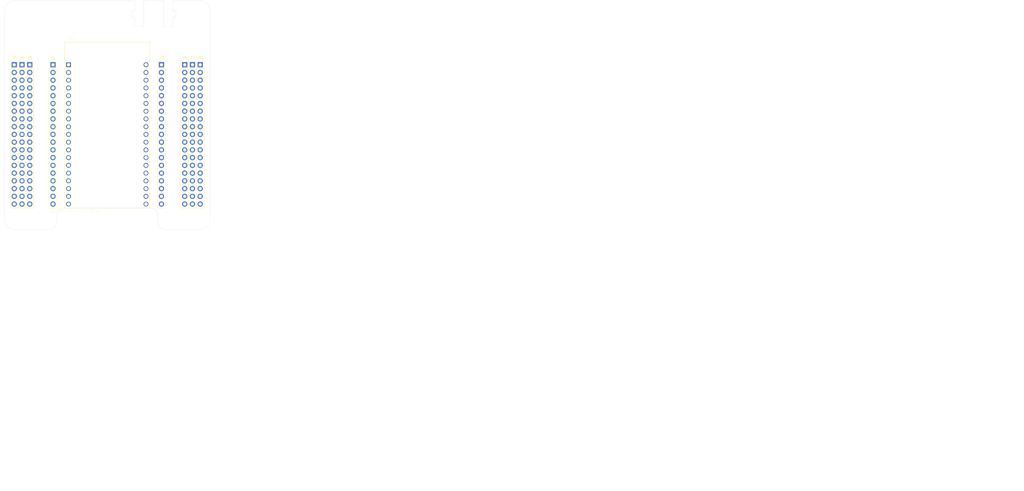
<source format=kicad_pcb>
(kicad_pcb (version 20171130) (host pcbnew "(5.0.2)-1")
  (layers (0 F.Cu signal) (31 B.Cu signal) (34 B.Paste user) (35 F.Paste user) (36 B.SilkS user) (37 F.SilkS user) (38 B.Mask user) (39 F.Mask user) (44 Edge.Cuts user))
  (net 0 "")
  (net 1 "Net-(U1-Pad1)")
  (net 2 "Net-(U1-Pad2)")
  (net 3 "Net-(U1-Pad19)")
  (net 4 "Net-(U1-Pad3)")
  (net 5 "Net-(U1-Pad4)")
  (net 6 "Net-(U1-Pad5)")
  (net 7 "Net-(U1-Pad6)")
  (net 8 "Net-(U1-Pad7)")
  (net 9 "Net-(U1-Pad8)")
  (net 10 "Net-(U1-Pad9)")
  (net 11 "Net-(U1-Pad10)")
  (net 12 "Net-(U1-Pad11)")
  (net 13 "Net-(U1-Pad12)")
  (net 14 "Net-(U1-Pad13)")
  (net 15 "Net-(U1-Pad14)")
  (net 16 "Net-(U1-Pad15)")
  (net 17 "Net-(U1-Pad16)")
  (net 18 "Net-(U1-Pad17)")
  (net 19 "Net-(U1-Pad18)")
  (net 20 "Net-(U1-Pad20)")
  (net 21 "Net-(U1-Pad21)")
  (net 22 "Net-(U1-Pad22)")
  (net 23 "Net-(U1-Pad23)")
  (net 24 "Net-(U1-Pad24)")
  (net 25 "Net-(U1-Pad25)")
  (net 26 "Net-(U1-Pad26)")
  (net 27 "Net-(U1-Pad27)")
  (net 28 "Net-(U1-Pad28)")
  (net 29 "Net-(U1-Pad29)")
  (net 30 "Net-(U1-Pad30)")
  (net 31 "Net-(U1-Pad31)")
  (net 32 "Net-(U1-Pad32)")
  (net 33 "Net-(U1-Pad33)")
  (net 34 "Net-(U1-Pad34)")
  (net 35 "Net-(U1-Pad35)")
  (net 36 "Net-(U1-Pad36)")
  (net 37 "Net-(U1-Pad37)")
  (net 38 "Net-(U1-Pad38)")
  (net 39 "Net-(J1-Pad19)")
  (net 40 "Net-(J1-Pad18)")
  (net 41 "Net-(J1-Pad17)")
  (net 42 "Net-(J1-Pad16)")
  (net 43 "Net-(J1-Pad15)")
  (net 44 "Net-(J1-Pad14)")
  (net 45 "Net-(J1-Pad13)")
  (net 46 "Net-(J1-Pad12)")
  (net 47 "Net-(J1-Pad11)")
  (net 48 "Net-(J1-Pad10)")
  (net 49 "Net-(J1-Pad9)")
  (net 50 "Net-(J1-Pad8)")
  (net 51 "Net-(J1-Pad7)")
  (net 52 "Net-(J1-Pad6)")
  (net 53 "Net-(J1-Pad5)")
  (net 54 "Net-(J1-Pad4)")
  (net 55 "Net-(J1-Pad3)")
  (net 56 "Net-(J1-Pad2)")
  (net 57 "Net-(J1-Pad1)")
  (net 58 "Net-(J2-Pad1)")
  (net 59 "Net-(J2-Pad2)")
  (net 60 "Net-(J2-Pad3)")
  (net 61 "Net-(J2-Pad4)")
  (net 62 "Net-(J2-Pad5)")
  (net 63 "Net-(J2-Pad6)")
  (net 64 "Net-(J2-Pad7)")
  (net 65 "Net-(J2-Pad8)")
  (net 66 "Net-(J2-Pad9)")
  (net 67 "Net-(J2-Pad10)")
  (net 68 "Net-(J2-Pad11)")
  (net 69 "Net-(J2-Pad12)")
  (net 70 "Net-(J2-Pad13)")
  (net 71 "Net-(J2-Pad14)")
  (net 72 "Net-(J2-Pad15)")
  (net 73 "Net-(J2-Pad16)")
  (net 74 "Net-(J2-Pad17)")
  (net 75 "Net-(J2-Pad18)")
  (net 76 "Net-(J2-Pad19)")
  (net 77 "Net-(J3-Pad19)")
  (net 78 "Net-(J3-Pad18)")
  (net 79 "Net-(J3-Pad17)")
  (net 80 "Net-(J3-Pad16)")
  (net 81 "Net-(J3-Pad15)")
  (net 82 "Net-(J3-Pad14)")
  (net 83 "Net-(J3-Pad13)")
  (net 84 "Net-(J3-Pad12)")
  (net 85 "Net-(J3-Pad11)")
  (net 86 "Net-(J3-Pad10)")
  (net 87 "Net-(J3-Pad9)")
  (net 88 "Net-(J3-Pad8)")
  (net 89 "Net-(J3-Pad7)")
  (net 90 "Net-(J3-Pad6)")
  (net 91 "Net-(J3-Pad5)")
  (net 92 "Net-(J3-Pad4)")
  (net 93 "Net-(J3-Pad3)")
  (net 94 "Net-(J3-Pad2)")
  (net 95 "Net-(J3-Pad1)")
  (net 96 "Net-(J4-Pad1)")
  (net 97 "Net-(J4-Pad2)")
  (net 98 "Net-(J4-Pad3)")
  (net 99 "Net-(J4-Pad4)")
  (net 100 "Net-(J4-Pad5)")
  (net 101 "Net-(J4-Pad6)")
  (net 102 "Net-(J4-Pad7)")
  (net 103 "Net-(J4-Pad8)")
  (net 104 "Net-(J4-Pad9)")
  (net 105 "Net-(J4-Pad10)")
  (net 106 "Net-(J4-Pad11)")
  (net 107 "Net-(J4-Pad12)")
  (net 108 "Net-(J4-Pad13)")
  (net 109 "Net-(J4-Pad14)")
  (net 110 "Net-(J4-Pad15)")
  (net 111 "Net-(J4-Pad16)")
  (net 112 "Net-(J4-Pad17)")
  (net 113 "Net-(J4-Pad18)")
  (net 114 "Net-(J4-Pad19)")
  (net 115 "Net-(J5-Pad19)")
  (net 116 "Net-(J5-Pad18)")
  (net 117 "Net-(J5-Pad17)")
  (net 118 "Net-(J5-Pad16)")
  (net 119 "Net-(J5-Pad15)")
  (net 120 "Net-(J5-Pad14)")
  (net 121 "Net-(J5-Pad13)")
  (net 122 "Net-(J5-Pad12)")
  (net 123 "Net-(J5-Pad11)")
  (net 124 "Net-(J5-Pad10)")
  (net 125 "Net-(J5-Pad9)")
  (net 126 "Net-(J5-Pad8)")
  (net 127 "Net-(J5-Pad7)")
  (net 128 "Net-(J5-Pad6)")
  (net 129 "Net-(J5-Pad5)")
  (net 130 "Net-(J5-Pad4)")
  (net 131 "Net-(J5-Pad3)")
  (net 132 "Net-(J5-Pad2)")
  (net 133 "Net-(J5-Pad1)")
  (net 134 "Net-(J6-Pad1)")
  (net 135 "Net-(J6-Pad2)")
  (net 136 "Net-(J6-Pad3)")
  (net 137 "Net-(J6-Pad4)")
  (net 138 "Net-(J6-Pad5)")
  (net 139 "Net-(J6-Pad6)")
  (net 140 "Net-(J6-Pad7)")
  (net 141 "Net-(J6-Pad8)")
  (net 142 "Net-(J6-Pad9)")
  (net 143 "Net-(J6-Pad10)")
  (net 144 "Net-(J6-Pad11)")
  (net 145 "Net-(J6-Pad12)")
  (net 146 "Net-(J6-Pad13)")
  (net 147 "Net-(J6-Pad14)")
  (net 148 "Net-(J6-Pad15)")
  (net 149 "Net-(J6-Pad16)")
  (net 150 "Net-(J6-Pad17)")
  (net 151 "Net-(J6-Pad18)")
  (net 152 "Net-(J6-Pad19)")
  (net 153 "Net-(J7-Pad19)")
  (net 154 "Net-(J7-Pad18)")
  (net 155 "Net-(J7-Pad17)")
  (net 156 "Net-(J7-Pad16)")
  (net 157 "Net-(J7-Pad15)")
  (net 158 "Net-(J7-Pad14)")
  (net 159 "Net-(J7-Pad13)")
  (net 160 "Net-(J7-Pad12)")
  (net 161 "Net-(J7-Pad11)")
  (net 162 "Net-(J7-Pad10)")
  (net 163 "Net-(J7-Pad9)")
  (net 164 "Net-(J7-Pad8)")
  (net 165 "Net-(J7-Pad7)")
  (net 166 "Net-(J7-Pad6)")
  (net 167 "Net-(J7-Pad5)")
  (net 168 "Net-(J7-Pad4)")
  (net 169 "Net-(J7-Pad3)")
  (net 170 "Net-(J7-Pad2)")
  (net 171 "Net-(J7-Pad1)")
  (net 172 "Net-(J8-Pad1)")
  (net 173 "Net-(J8-Pad2)")
  (net 174 "Net-(J8-Pad3)")
  (net 175 "Net-(J8-Pad4)")
  (net 176 "Net-(J8-Pad5)")
  (net 177 "Net-(J8-Pad6)")
  (net 178 "Net-(J8-Pad7)")
  (net 179 "Net-(J8-Pad8)")
  (net 180 "Net-(J8-Pad9)")
  (net 181 "Net-(J8-Pad10)")
  (net 182 "Net-(J8-Pad11)")
  (net 183 "Net-(J8-Pad12)")
  (net 184 "Net-(J8-Pad13)")
  (net 185 "Net-(J8-Pad14)")
  (net 186 "Net-(J8-Pad15)")
  (net 187 "Net-(J8-Pad16)")
  (net 188 "Net-(J8-Pad17)")
  (net 189 "Net-(J8-Pad18)")
  (net 190 "Net-(J8-Pad19)")
  (module outline:rib_outline (layer F.Cu) (at 241.76228 114.62512)
    (fp_text reference svg2mod hide)
    (fp_text value G*** hide)
  )
  (module outline:rib_outline (layer F.Cu) (at 215.9 66.04)
    (fp_text reference svg2mod hide)
    (fp_text value G*** hide)
    (fp_line (start 9.033565 -37.347317) (end -30.824458 -37.347317) (layer Edge.Cuts) (width 0.052917))
    (fp_line (start 9.033565 -34.089636) (end 9.033565 -37.347317) (layer Edge.Cuts) (width 0.052917))
    (fp_line (start 7.933365 -34.089636) (end 9.033565 -34.089636) (layer Edge.Cuts) (width 0.052917))
    (fp_line (start 7.933365 -32.006043) (end 7.933365 -34.089636) (layer Edge.Cuts) (width 0.052917))
    (fp_line (start 9.033565 -32.006043) (end 7.933365 -32.006043) (layer Edge.Cuts) (width 0.052917))
    (fp_line (start 9.033565 -28.908559) (end 9.033565 -32.006043) (layer Edge.Cuts) (width 0.052917))
    (fp_line (start 11.934165 -28.908559) (end 9.033565 -28.908559) (layer Edge.Cuts) (width 0.052917))
    (fp_line (start 11.934165 -37.347317) (end 11.934165 -28.908559) (layer Edge.Cuts) (width 0.052917))
    (fp_line (start 12.226645 -37.347317) (end 11.934165 -37.347317) (layer Edge.Cuts) (width 0.052917))
    (fp_line (start 18.250555 -37.347317) (end 12.226645 -37.347317) (layer Edge.Cuts) (width 0.052917))
    (fp_line (start 18.534275 -37.347317) (end 18.250555 -37.347317) (layer Edge.Cuts) (width 0.052917))
    (fp_line (start 18.534275 -28.908559) (end 18.534275 -37.347317) (layer Edge.Cuts) (width 0.052917))
    (fp_line (start 21.421945 -28.908559) (end 18.534275 -28.908559) (layer Edge.Cuts) (width 0.052917))
    (fp_line (start 21.421945 -32.010691) (end 21.421945 -28.908559) (layer Edge.Cuts) (width 0.052917))
    (fp_line (start 22.523695 -32.010691) (end 21.421945 -32.010691) (layer Edge.Cuts) (width 0.052917))
    (fp_line (start 22.523695 -34.114957) (end 22.523695 -32.010691) (layer Edge.Cuts) (width 0.052917))
    (fp_line (start 21.421945 -34.114957) (end 22.523695 -34.114957) (layer Edge.Cuts) (width 0.052917))
    (fp_line (start 21.421945 -37.347317) (end 21.421945 -34.114957) (layer Edge.Cuts) (width 0.052917))
    (fp_line (start 30.824485 -37.347317) (end 21.421945 -37.347317) (layer Edge.Cuts) (width 0.052917))
    (fp_line (start 32.836802 -36.51641) (end 30.824485 -37.347317) (layer Edge.Cuts) (width 0.052917))
    (fp_line (start 33.667705 -34.504079) (end 32.836802 -36.51641) (layer Edge.Cuts) (width 0.052917))
    (fp_line (start 33.667705 34.794525) (end 33.667705 -34.504079) (layer Edge.Cuts) (width 0.052917))
    (fp_line (start 32.836802 36.807111) (end 33.667705 34.794525) (layer Edge.Cuts) (width 0.052917))
    (fp_line (start 30.824485 37.638275) (end 32.836802 36.807111) (layer Edge.Cuts) (width 0.052917))
    (fp_line (start 18.479485 37.638275) (end 30.824485 37.638275) (layer Edge.Cuts) (width 0.052917))
    (fp_line (start 17.157152 36.932905) (end 18.479485 37.638275) (layer Edge.Cuts) (width 0.052917))
    (fp_line (start 16.525615 35.415675) (end 17.157152 36.932905) (layer Edge.Cuts) (width 0.052917))
    (fp_line (start 16.525615 34.152185) (end 16.525615 35.415675) (layer Edge.Cuts) (width 0.052917))
    (fp_line (start 16.525615 32.612744) (end 16.525615 34.152185) (layer Edge.Cuts) (width 0.052917))
    (fp_line (start 15.954607 31.22987) (end 16.525615 32.612744) (layer Edge.Cuts) (width 0.052917))
    (fp_line (start 14.571725 30.658855) (end 15.954607 31.22987) (layer Edge.Cuts) (width 0.052917))
    (fp_line (start -14.578964 30.658855) (end 14.571725 30.658855) (layer Edge.Cuts) (width 0.052917))
    (fp_line (start -15.907896 31.178802) (end -14.578964 30.658855) (layer Edge.Cuts) (width 0.052917))
    (fp_line (start -16.525084 32.454615) (end -15.907896 31.178802) (layer Edge.Cuts) (width 0.052917))
    (fp_line (start -16.525084 35.415675) (end -16.525084 32.454615) (layer Edge.Cuts) (width 0.052917))
    (fp_line (start -17.156626 36.932905) (end -16.525084 35.415675) (layer Edge.Cuts) (width 0.052917))
    (fp_line (start -18.478978 37.638275) (end -17.156626 36.932905) (layer Edge.Cuts) (width 0.052917))
    (fp_line (start -30.824458 37.638275) (end -18.478978 37.638275) (layer Edge.Cuts) (width 0.052917))
    (fp_line (start -32.836792 36.807111) (end -30.824458 37.638275) (layer Edge.Cuts) (width 0.052917))
    (fp_line (start -33.667705 34.794525) (end -32.836792 36.807111) (layer Edge.Cuts) (width 0.052917))
    (fp_line (start -33.667705 -34.504079) (end -33.667705 34.794525) (layer Edge.Cuts) (width 0.052917))
    (fp_line (start -32.836792 -36.51641) (end -33.667705 -34.504079) (layer Edge.Cuts) (width 0.052917))
    (fp_line (start -30.824458 -37.347317) (end -32.836792 -36.51641) (layer Edge.Cuts) (width 0.052917))
  )
  (module MODULE_ESP32-DEVKITC-32D (layer F.Cu) (at 215.9 69.4)
    (fp_text reference U1 (at -11.4644 -28.446) (layer F.SilkS) (effects (font (size 1.00039 1.00039) (thickness 0.05))))
    (fp_text value ESP32-DEVKITC-32D (at -10.8363 28.2945) (layer F.SilkS) (effects (font (size 1.00105 1.00105) (thickness 0.05))))
    (fp_line (start -13.95 27.25) (end -13.95 -27.15) (layer F.SilkS) (width 0.127))
    (fp_line (start -13.95 -27.15) (end 13.95 -27.15) (layer F.SilkS) (width 0.127))
    (fp_line (start 13.95 -27.15) (end 13.95 27.25) (layer F.SilkS) (width 0.127))
    (fp_line (start 13.95 27.25) (end -13.95 27.25) (layer F.SilkS) (width 0.127))
    (pad 1 thru_hole rect (at -12.7 -19.76) (size 1.56 1.56) (drill 1.04) (layers *.Cu *.Mask) (net 1 "Net-(U1-Pad1)"))
    (pad 2 thru_hole circle (at -12.7 -17.22) (size 1.56 1.56) (drill 1.04) (layers *.Cu *.Mask) (net 2 "Net-(U1-Pad2)"))
    (pad 19 thru_hole circle (at -12.7 25.96) (size 1.56 1.56) (drill 1.04) (layers *.Cu *.Mask) (net 3 "Net-(U1-Pad19)"))
    (pad 3 thru_hole circle (at -12.7 -14.68) (size 1.56 1.56) (drill 1.04) (layers *.Cu *.Mask) (net 4 "Net-(U1-Pad3)"))
    (pad 4 thru_hole circle (at -12.7 -12.14) (size 1.56 1.56) (drill 1.04) (layers *.Cu *.Mask) (net 5 "Net-(U1-Pad4)"))
    (pad 5 thru_hole circle (at -12.7 -9.6) (size 1.56 1.56) (drill 1.04) (layers *.Cu *.Mask) (net 6 "Net-(U1-Pad5)"))
    (pad 6 thru_hole circle (at -12.7 -7.06) (size 1.56 1.56) (drill 1.04) (layers *.Cu *.Mask) (net 7 "Net-(U1-Pad6)"))
    (pad 7 thru_hole circle (at -12.7 -4.52) (size 1.56 1.56) (drill 1.04) (layers *.Cu *.Mask) (net 8 "Net-(U1-Pad7)"))
    (pad 8 thru_hole circle (at -12.7 -1.98) (size 1.56 1.56) (drill 1.04) (layers *.Cu *.Mask) (net 9 "Net-(U1-Pad8)"))
    (pad 9 thru_hole circle (at -12.7 0.56) (size 1.56 1.56) (drill 1.04) (layers *.Cu *.Mask) (net 10 "Net-(U1-Pad9)"))
    (pad 10 thru_hole circle (at -12.7 3.1) (size 1.56 1.56) (drill 1.04) (layers *.Cu *.Mask) (net 11 "Net-(U1-Pad10)"))
    (pad 11 thru_hole circle (at -12.7 5.64) (size 1.56 1.56) (drill 1.04) (layers *.Cu *.Mask) (net 12 "Net-(U1-Pad11)"))
    (pad 12 thru_hole circle (at -12.7 8.18) (size 1.56 1.56) (drill 1.04) (layers *.Cu *.Mask) (net 13 "Net-(U1-Pad12)"))
    (pad 13 thru_hole circle (at -12.7 10.72) (size 1.56 1.56) (drill 1.04) (layers *.Cu *.Mask) (net 14 "Net-(U1-Pad13)"))
    (pad 14 thru_hole circle (at -12.7 13.26) (size 1.56 1.56) (drill 1.04) (layers *.Cu *.Mask) (net 15 "Net-(U1-Pad14)"))
    (pad 15 thru_hole circle (at -12.7 15.8) (size 1.56 1.56) (drill 1.04) (layers *.Cu *.Mask) (net 16 "Net-(U1-Pad15)"))
    (pad 16 thru_hole circle (at -12.7 18.34) (size 1.56 1.56) (drill 1.04) (layers *.Cu *.Mask) (net 17 "Net-(U1-Pad16)"))
    (pad 17 thru_hole circle (at -12.7 20.88) (size 1.56 1.56) (drill 1.04) (layers *.Cu *.Mask) (net 18 "Net-(U1-Pad17)"))
    (pad 18 thru_hole circle (at -12.7 23.42) (size 1.56 1.56) (drill 1.04) (layers *.Cu *.Mask) (net 19 "Net-(U1-Pad18)"))
    (pad 20 thru_hole circle (at 12.7 -19.76) (size 1.56 1.56) (drill 1.04) (layers *.Cu *.Mask) (net 20 "Net-(U1-Pad20)"))
    (pad 21 thru_hole circle (at 12.7 -17.22) (size 1.56 1.56) (drill 1.04) (layers *.Cu *.Mask) (net 21 "Net-(U1-Pad21)"))
    (pad 22 thru_hole circle (at 12.7 -14.68) (size 1.56 1.56) (drill 1.04) (layers *.Cu *.Mask) (net 22 "Net-(U1-Pad22)"))
    (pad 23 thru_hole circle (at 12.7 -12.14) (size 1.56 1.56) (drill 1.04) (layers *.Cu *.Mask) (net 23 "Net-(U1-Pad23)"))
    (pad 24 thru_hole circle (at 12.7 -9.6) (size 1.56 1.56) (drill 1.04) (layers *.Cu *.Mask) (net 24 "Net-(U1-Pad24)"))
    (pad 25 thru_hole circle (at 12.7 -7.06) (size 1.56 1.56) (drill 1.04) (layers *.Cu *.Mask) (net 25 "Net-(U1-Pad25)"))
    (pad 26 thru_hole circle (at 12.7 -4.52) (size 1.56 1.56) (drill 1.04) (layers *.Cu *.Mask) (net 26 "Net-(U1-Pad26)"))
    (pad 27 thru_hole circle (at 12.7 -1.98) (size 1.56 1.56) (drill 1.04) (layers *.Cu *.Mask) (net 27 "Net-(U1-Pad27)"))
    (pad 28 thru_hole circle (at 12.7 0.56) (size 1.56 1.56) (drill 1.04) (layers *.Cu *.Mask) (net 28 "Net-(U1-Pad28)"))
    (pad 29 thru_hole circle (at 12.7 3.1) (size 1.56 1.56) (drill 1.04) (layers *.Cu *.Mask) (net 29 "Net-(U1-Pad29)"))
    (pad 30 thru_hole circle (at 12.7 5.64) (size 1.56 1.56) (drill 1.04) (layers *.Cu *.Mask) (net 30 "Net-(U1-Pad30)"))
    (pad 31 thru_hole circle (at 12.7 8.18) (size 1.56 1.56) (drill 1.04) (layers *.Cu *.Mask) (net 31 "Net-(U1-Pad31)"))
    (pad 32 thru_hole circle (at 12.7 10.72) (size 1.56 1.56) (drill 1.04) (layers *.Cu *.Mask) (net 32 "Net-(U1-Pad32)"))
    (pad 33 thru_hole circle (at 12.7 13.26) (size 1.56 1.56) (drill 1.04) (layers *.Cu *.Mask) (net 33 "Net-(U1-Pad33)"))
    (pad 34 thru_hole circle (at 12.7 15.8) (size 1.56 1.56) (drill 1.04) (layers *.Cu *.Mask) (net 34 "Net-(U1-Pad34)"))
    (pad 35 thru_hole circle (at 12.7 18.34) (size 1.56 1.56) (drill 1.04) (layers *.Cu *.Mask) (net 35 "Net-(U1-Pad35)"))
    (pad 36 thru_hole circle (at 12.7 20.88) (size 1.56 1.56) (drill 1.04) (layers *.Cu *.Mask) (net 36 "Net-(U1-Pad36)"))
    (pad 37 thru_hole circle (at 12.7 23.42) (size 1.56 1.56) (drill 1.04) (layers *.Cu *.Mask) (net 37 "Net-(U1-Pad37)"))
    (pad 38 thru_hole circle (at 12.7 25.96) (size 1.56 1.56) (drill 1.04) (layers *.Cu *.Mask) (net 38 "Net-(U1-Pad38)"))
  )
  (module Connector_PinHeader_2.54mm:PinHeader_1x19_P2.54mm_Vertical (layer F.Cu) (at 198.12 49.64)
    (fp_text reference J1 (at 0 -2.33) (layer F.SilkS))
    (fp_text value Conn_01x19)
    (fp_line (start -1.33 -1.33) (end 0 -1.33) (layer F.SilkS) (width 0.12))
    (fp_line (start -1.33 0) (end -1.33 -1.33) (layer F.SilkS) (width 0.12))
    (fp_line (start -1.33 1.27) (end 1.33 1.27) (layer F.SilkS) (width 0.12))
    (fp_line (start 1.33 1.27) (end 1.33 47.05) (layer F.SilkS) (width 0.12))
    (fp_line (start -1.33 1.27) (end -1.33 47.05) (layer F.SilkS) (width 0.12))
    (fp_line (start -1.33 47.05) (end 1.33 47.05) (layer F.SilkS) (width 0.12))
    (pad 19 thru_hole oval (at 0 45.72) (size 1.7 1.7) (drill 1) (layers *.Cu *.Mask) (net 39 "Net-(J1-Pad19)"))
    (pad 18 thru_hole oval (at 0 43.18) (size 1.7 1.7) (drill 1) (layers *.Cu *.Mask) (net 40 "Net-(J1-Pad18)"))
    (pad 17 thru_hole oval (at 0 40.64) (size 1.7 1.7) (drill 1) (layers *.Cu *.Mask) (net 41 "Net-(J1-Pad17)"))
    (pad 16 thru_hole oval (at 0 38.1) (size 1.7 1.7) (drill 1) (layers *.Cu *.Mask) (net 42 "Net-(J1-Pad16)"))
    (pad 15 thru_hole oval (at 0 35.56) (size 1.7 1.7) (drill 1) (layers *.Cu *.Mask) (net 43 "Net-(J1-Pad15)"))
    (pad 14 thru_hole oval (at 0 33.02) (size 1.7 1.7) (drill 1) (layers *.Cu *.Mask) (net 44 "Net-(J1-Pad14)"))
    (pad 13 thru_hole oval (at 0 30.48) (size 1.7 1.7) (drill 1) (layers *.Cu *.Mask) (net 45 "Net-(J1-Pad13)"))
    (pad 12 thru_hole oval (at 0 27.94) (size 1.7 1.7) (drill 1) (layers *.Cu *.Mask) (net 46 "Net-(J1-Pad12)"))
    (pad 11 thru_hole oval (at 0 25.4) (size 1.7 1.7) (drill 1) (layers *.Cu *.Mask) (net 47 "Net-(J1-Pad11)"))
    (pad 10 thru_hole oval (at 0 22.86) (size 1.7 1.7) (drill 1) (layers *.Cu *.Mask) (net 48 "Net-(J1-Pad10)"))
    (pad 9 thru_hole oval (at 0 20.32) (size 1.7 1.7) (drill 1) (layers *.Cu *.Mask) (net 49 "Net-(J1-Pad9)"))
    (pad 8 thru_hole oval (at 0 17.78) (size 1.7 1.7) (drill 1) (layers *.Cu *.Mask) (net 50 "Net-(J1-Pad8)"))
    (pad 7 thru_hole oval (at 0 15.24) (size 1.7 1.7) (drill 1) (layers *.Cu *.Mask) (net 51 "Net-(J1-Pad7)"))
    (pad 6 thru_hole oval (at 0 12.7) (size 1.7 1.7) (drill 1) (layers *.Cu *.Mask) (net 52 "Net-(J1-Pad6)"))
    (pad 5 thru_hole oval (at 0 10.16) (size 1.7 1.7) (drill 1) (layers *.Cu *.Mask) (net 53 "Net-(J1-Pad5)"))
    (pad 4 thru_hole oval (at 0 7.62) (size 1.7 1.7) (drill 1) (layers *.Cu *.Mask) (net 54 "Net-(J1-Pad4)"))
    (pad 3 thru_hole oval (at 0 5.08) (size 1.7 1.7) (drill 1) (layers *.Cu *.Mask) (net 55 "Net-(J1-Pad3)"))
    (pad 2 thru_hole oval (at 0 2.54) (size 1.7 1.7) (drill 1) (layers *.Cu *.Mask) (net 56 "Net-(J1-Pad2)"))
    (pad 1 thru_hole rect (at 0 0) (size 1.7 1.7) (drill 1) (layers *.Cu *.Mask) (net 57 "Net-(J1-Pad1)"))
  )
  (module Connector_PinHeader_2.54mm:PinHeader_1x19_P2.54mm_Vertical (layer F.Cu) (at 233.67 49.64)
    (fp_text reference J2 (at 0 -2.33) (layer F.SilkS))
    (fp_text value Conn_01x19)
    (fp_line (start -1.33 47.05) (end 1.33 47.05) (layer F.SilkS) (width 0.12))
    (fp_line (start -1.33 1.27) (end -1.33 47.05) (layer F.SilkS) (width 0.12))
    (fp_line (start 1.33 1.27) (end 1.33 47.05) (layer F.SilkS) (width 0.12))
    (fp_line (start -1.33 1.27) (end 1.33 1.27) (layer F.SilkS) (width 0.12))
    (fp_line (start -1.33 0) (end -1.33 -1.33) (layer F.SilkS) (width 0.12))
    (fp_line (start -1.33 -1.33) (end 0 -1.33) (layer F.SilkS) (width 0.12))
    (pad 1 thru_hole rect (at 0 0) (size 1.7 1.7) (drill 1) (layers *.Cu *.Mask) (net 58 "Net-(J2-Pad1)"))
    (pad 2 thru_hole oval (at 0 2.54) (size 1.7 1.7) (drill 1) (layers *.Cu *.Mask) (net 59 "Net-(J2-Pad2)"))
    (pad 3 thru_hole oval (at 0 5.08) (size 1.7 1.7) (drill 1) (layers *.Cu *.Mask) (net 60 "Net-(J2-Pad3)"))
    (pad 4 thru_hole oval (at 0 7.62) (size 1.7 1.7) (drill 1) (layers *.Cu *.Mask) (net 61 "Net-(J2-Pad4)"))
    (pad 5 thru_hole oval (at 0 10.16) (size 1.7 1.7) (drill 1) (layers *.Cu *.Mask) (net 62 "Net-(J2-Pad5)"))
    (pad 6 thru_hole oval (at 0 12.7) (size 1.7 1.7) (drill 1) (layers *.Cu *.Mask) (net 63 "Net-(J2-Pad6)"))
    (pad 7 thru_hole oval (at 0 15.24) (size 1.7 1.7) (drill 1) (layers *.Cu *.Mask) (net 64 "Net-(J2-Pad7)"))
    (pad 8 thru_hole oval (at 0 17.78) (size 1.7 1.7) (drill 1) (layers *.Cu *.Mask) (net 65 "Net-(J2-Pad8)"))
    (pad 9 thru_hole oval (at 0 20.32) (size 1.7 1.7) (drill 1) (layers *.Cu *.Mask) (net 66 "Net-(J2-Pad9)"))
    (pad 10 thru_hole oval (at 0 22.86) (size 1.7 1.7) (drill 1) (layers *.Cu *.Mask) (net 67 "Net-(J2-Pad10)"))
    (pad 11 thru_hole oval (at 0 25.4) (size 1.7 1.7) (drill 1) (layers *.Cu *.Mask) (net 68 "Net-(J2-Pad11)"))
    (pad 12 thru_hole oval (at 0 27.94) (size 1.7 1.7) (drill 1) (layers *.Cu *.Mask) (net 69 "Net-(J2-Pad12)"))
    (pad 13 thru_hole oval (at 0 30.48) (size 1.7 1.7) (drill 1) (layers *.Cu *.Mask) (net 70 "Net-(J2-Pad13)"))
    (pad 14 thru_hole oval (at 0 33.02) (size 1.7 1.7) (drill 1) (layers *.Cu *.Mask) (net 71 "Net-(J2-Pad14)"))
    (pad 15 thru_hole oval (at 0 35.56) (size 1.7 1.7) (drill 1) (layers *.Cu *.Mask) (net 72 "Net-(J2-Pad15)"))
    (pad 16 thru_hole oval (at 0 38.1) (size 1.7 1.7) (drill 1) (layers *.Cu *.Mask) (net 73 "Net-(J2-Pad16)"))
    (pad 17 thru_hole oval (at 0 40.64) (size 1.7 1.7) (drill 1) (layers *.Cu *.Mask) (net 74 "Net-(J2-Pad17)"))
    (pad 18 thru_hole oval (at 0 43.18) (size 1.7 1.7) (drill 1) (layers *.Cu *.Mask) (net 75 "Net-(J2-Pad18)"))
    (pad 19 thru_hole oval (at 0 45.72) (size 1.7 1.7) (drill 1) (layers *.Cu *.Mask) (net 76 "Net-(J2-Pad19)"))
  )
  (module Connector_PinHeader_2.54mm:PinHeader_1x19_P2.54mm_Vertical (layer F.Cu) (at 185.42 49.64)
    (fp_text reference J3 (at 0 -2.33) (layer F.SilkS))
    (fp_text value Conn_01x19)
    (fp_line (start -1.33 -1.33) (end 0 -1.33) (layer F.SilkS) (width 0.12))
    (fp_line (start -1.33 0) (end -1.33 -1.33) (layer F.SilkS) (width 0.12))
    (fp_line (start -1.33 1.27) (end 1.33 1.27) (layer F.SilkS) (width 0.12))
    (fp_line (start 1.33 1.27) (end 1.33 47.05) (layer F.SilkS) (width 0.12))
    (fp_line (start -1.33 1.27) (end -1.33 47.05) (layer F.SilkS) (width 0.12))
    (fp_line (start -1.33 47.05) (end 1.33 47.05) (layer F.SilkS) (width 0.12))
    (pad 19 thru_hole oval (at 0 45.72) (size 1.7 1.7) (drill 1) (layers *.Cu *.Mask) (net 77 "Net-(J3-Pad19)"))
    (pad 18 thru_hole oval (at 0 43.18) (size 1.7 1.7) (drill 1) (layers *.Cu *.Mask) (net 78 "Net-(J3-Pad18)"))
    (pad 17 thru_hole oval (at 0 40.64) (size 1.7 1.7) (drill 1) (layers *.Cu *.Mask) (net 79 "Net-(J3-Pad17)"))
    (pad 16 thru_hole oval (at 0 38.1) (size 1.7 1.7) (drill 1) (layers *.Cu *.Mask) (net 80 "Net-(J3-Pad16)"))
    (pad 15 thru_hole oval (at 0 35.56) (size 1.7 1.7) (drill 1) (layers *.Cu *.Mask) (net 81 "Net-(J3-Pad15)"))
    (pad 14 thru_hole oval (at 0 33.02) (size 1.7 1.7) (drill 1) (layers *.Cu *.Mask) (net 82 "Net-(J3-Pad14)"))
    (pad 13 thru_hole oval (at 0 30.48) (size 1.7 1.7) (drill 1) (layers *.Cu *.Mask) (net 83 "Net-(J3-Pad13)"))
    (pad 12 thru_hole oval (at 0 27.94) (size 1.7 1.7) (drill 1) (layers *.Cu *.Mask) (net 84 "Net-(J3-Pad12)"))
    (pad 11 thru_hole oval (at 0 25.4) (size 1.7 1.7) (drill 1) (layers *.Cu *.Mask) (net 85 "Net-(J3-Pad11)"))
    (pad 10 thru_hole oval (at 0 22.86) (size 1.7 1.7) (drill 1) (layers *.Cu *.Mask) (net 86 "Net-(J3-Pad10)"))
    (pad 9 thru_hole oval (at 0 20.32) (size 1.7 1.7) (drill 1) (layers *.Cu *.Mask) (net 87 "Net-(J3-Pad9)"))
    (pad 8 thru_hole oval (at 0 17.78) (size 1.7 1.7) (drill 1) (layers *.Cu *.Mask) (net 88 "Net-(J3-Pad8)"))
    (pad 7 thru_hole oval (at 0 15.24) (size 1.7 1.7) (drill 1) (layers *.Cu *.Mask) (net 89 "Net-(J3-Pad7)"))
    (pad 6 thru_hole oval (at 0 12.7) (size 1.7 1.7) (drill 1) (layers *.Cu *.Mask) (net 90 "Net-(J3-Pad6)"))
    (pad 5 thru_hole oval (at 0 10.16) (size 1.7 1.7) (drill 1) (layers *.Cu *.Mask) (net 91 "Net-(J3-Pad5)"))
    (pad 4 thru_hole oval (at 0 7.62) (size 1.7 1.7) (drill 1) (layers *.Cu *.Mask) (net 92 "Net-(J3-Pad4)"))
    (pad 3 thru_hole oval (at 0 5.08) (size 1.7 1.7) (drill 1) (layers *.Cu *.Mask) (net 93 "Net-(J3-Pad3)"))
    (pad 2 thru_hole oval (at 0 2.54) (size 1.7 1.7) (drill 1) (layers *.Cu *.Mask) (net 94 "Net-(J3-Pad2)"))
    (pad 1 thru_hole rect (at 0 0) (size 1.7 1.7) (drill 1) (layers *.Cu *.Mask) (net 95 "Net-(J3-Pad1)"))
  )
  (module Connector_PinHeader_2.54mm:PinHeader_1x19_P2.54mm_Vertical (layer F.Cu) (at 187.96 49.64)
    (fp_text reference J4 (at 0 -2.33) (layer F.SilkS))
    (fp_text value Conn_01x19)
    (fp_line (start -1.33 47.05) (end 1.33 47.05) (layer F.SilkS) (width 0.12))
    (fp_line (start -1.33 1.27) (end -1.33 47.05) (layer F.SilkS) (width 0.12))
    (fp_line (start 1.33 1.27) (end 1.33 47.05) (layer F.SilkS) (width 0.12))
    (fp_line (start -1.33 1.27) (end 1.33 1.27) (layer F.SilkS) (width 0.12))
    (fp_line (start -1.33 0) (end -1.33 -1.33) (layer F.SilkS) (width 0.12))
    (fp_line (start -1.33 -1.33) (end 0 -1.33) (layer F.SilkS) (width 0.12))
    (pad 1 thru_hole rect (at 0 0) (size 1.7 1.7) (drill 1) (layers *.Cu *.Mask) (net 96 "Net-(J4-Pad1)"))
    (pad 2 thru_hole oval (at 0 2.54) (size 1.7 1.7) (drill 1) (layers *.Cu *.Mask) (net 97 "Net-(J4-Pad2)"))
    (pad 3 thru_hole oval (at 0 5.08) (size 1.7 1.7) (drill 1) (layers *.Cu *.Mask) (net 98 "Net-(J4-Pad3)"))
    (pad 4 thru_hole oval (at 0 7.62) (size 1.7 1.7) (drill 1) (layers *.Cu *.Mask) (net 99 "Net-(J4-Pad4)"))
    (pad 5 thru_hole oval (at 0 10.16) (size 1.7 1.7) (drill 1) (layers *.Cu *.Mask) (net 100 "Net-(J4-Pad5)"))
    (pad 6 thru_hole oval (at 0 12.7) (size 1.7 1.7) (drill 1) (layers *.Cu *.Mask) (net 101 "Net-(J4-Pad6)"))
    (pad 7 thru_hole oval (at 0 15.24) (size 1.7 1.7) (drill 1) (layers *.Cu *.Mask) (net 102 "Net-(J4-Pad7)"))
    (pad 8 thru_hole oval (at 0 17.78) (size 1.7 1.7) (drill 1) (layers *.Cu *.Mask) (net 103 "Net-(J4-Pad8)"))
    (pad 9 thru_hole oval (at 0 20.32) (size 1.7 1.7) (drill 1) (layers *.Cu *.Mask) (net 104 "Net-(J4-Pad9)"))
    (pad 10 thru_hole oval (at 0 22.86) (size 1.7 1.7) (drill 1) (layers *.Cu *.Mask) (net 105 "Net-(J4-Pad10)"))
    (pad 11 thru_hole oval (at 0 25.4) (size 1.7 1.7) (drill 1) (layers *.Cu *.Mask) (net 106 "Net-(J4-Pad11)"))
    (pad 12 thru_hole oval (at 0 27.94) (size 1.7 1.7) (drill 1) (layers *.Cu *.Mask) (net 107 "Net-(J4-Pad12)"))
    (pad 13 thru_hole oval (at 0 30.48) (size 1.7 1.7) (drill 1) (layers *.Cu *.Mask) (net 108 "Net-(J4-Pad13)"))
    (pad 14 thru_hole oval (at 0 33.02) (size 1.7 1.7) (drill 1) (layers *.Cu *.Mask) (net 109 "Net-(J4-Pad14)"))
    (pad 15 thru_hole oval (at 0 35.56) (size 1.7 1.7) (drill 1) (layers *.Cu *.Mask) (net 110 "Net-(J4-Pad15)"))
    (pad 16 thru_hole oval (at 0 38.1) (size 1.7 1.7) (drill 1) (layers *.Cu *.Mask) (net 111 "Net-(J4-Pad16)"))
    (pad 17 thru_hole oval (at 0 40.64) (size 1.7 1.7) (drill 1) (layers *.Cu *.Mask) (net 112 "Net-(J4-Pad17)"))
    (pad 18 thru_hole oval (at 0 43.18) (size 1.7 1.7) (drill 1) (layers *.Cu *.Mask) (net 113 "Net-(J4-Pad18)"))
    (pad 19 thru_hole oval (at 0 45.72) (size 1.7 1.7) (drill 1) (layers *.Cu *.Mask) (net 114 "Net-(J4-Pad19)"))
  )
  (module Connector_PinHeader_2.54mm:PinHeader_1x19_P2.54mm_Vertical (layer F.Cu) (at 190.5 49.64)
    (fp_text reference J5 (at 0 -2.33) (layer F.SilkS))
    (fp_text value Conn_01x19)
    (fp_line (start -1.33 -1.33) (end 0 -1.33) (layer F.SilkS) (width 0.12))
    (fp_line (start -1.33 0) (end -1.33 -1.33) (layer F.SilkS) (width 0.12))
    (fp_line (start -1.33 1.27) (end 1.33 1.27) (layer F.SilkS) (width 0.12))
    (fp_line (start 1.33 1.27) (end 1.33 47.05) (layer F.SilkS) (width 0.12))
    (fp_line (start -1.33 1.27) (end -1.33 47.05) (layer F.SilkS) (width 0.12))
    (fp_line (start -1.33 47.05) (end 1.33 47.05) (layer F.SilkS) (width 0.12))
    (pad 19 thru_hole oval (at 0 45.72) (size 1.7 1.7) (drill 1) (layers *.Cu *.Mask) (net 115 "Net-(J5-Pad19)"))
    (pad 18 thru_hole oval (at 0 43.18) (size 1.7 1.7) (drill 1) (layers *.Cu *.Mask) (net 116 "Net-(J5-Pad18)"))
    (pad 17 thru_hole oval (at 0 40.64) (size 1.7 1.7) (drill 1) (layers *.Cu *.Mask) (net 117 "Net-(J5-Pad17)"))
    (pad 16 thru_hole oval (at 0 38.1) (size 1.7 1.7) (drill 1) (layers *.Cu *.Mask) (net 118 "Net-(J5-Pad16)"))
    (pad 15 thru_hole oval (at 0 35.56) (size 1.7 1.7) (drill 1) (layers *.Cu *.Mask) (net 119 "Net-(J5-Pad15)"))
    (pad 14 thru_hole oval (at 0 33.02) (size 1.7 1.7) (drill 1) (layers *.Cu *.Mask) (net 120 "Net-(J5-Pad14)"))
    (pad 13 thru_hole oval (at 0 30.48) (size 1.7 1.7) (drill 1) (layers *.Cu *.Mask) (net 121 "Net-(J5-Pad13)"))
    (pad 12 thru_hole oval (at 0 27.94) (size 1.7 1.7) (drill 1) (layers *.Cu *.Mask) (net 122 "Net-(J5-Pad12)"))
    (pad 11 thru_hole oval (at 0 25.4) (size 1.7 1.7) (drill 1) (layers *.Cu *.Mask) (net 123 "Net-(J5-Pad11)"))
    (pad 10 thru_hole oval (at 0 22.86) (size 1.7 1.7) (drill 1) (layers *.Cu *.Mask) (net 124 "Net-(J5-Pad10)"))
    (pad 9 thru_hole oval (at 0 20.32) (size 1.7 1.7) (drill 1) (layers *.Cu *.Mask) (net 125 "Net-(J5-Pad9)"))
    (pad 8 thru_hole oval (at 0 17.78) (size 1.7 1.7) (drill 1) (layers *.Cu *.Mask) (net 126 "Net-(J5-Pad8)"))
    (pad 7 thru_hole oval (at 0 15.24) (size 1.7 1.7) (drill 1) (layers *.Cu *.Mask) (net 127 "Net-(J5-Pad7)"))
    (pad 6 thru_hole oval (at 0 12.7) (size 1.7 1.7) (drill 1) (layers *.Cu *.Mask) (net 128 "Net-(J5-Pad6)"))
    (pad 5 thru_hole oval (at 0 10.16) (size 1.7 1.7) (drill 1) (layers *.Cu *.Mask) (net 129 "Net-(J5-Pad5)"))
    (pad 4 thru_hole oval (at 0 7.62) (size 1.7 1.7) (drill 1) (layers *.Cu *.Mask) (net 130 "Net-(J5-Pad4)"))
    (pad 3 thru_hole oval (at 0 5.08) (size 1.7 1.7) (drill 1) (layers *.Cu *.Mask) (net 131 "Net-(J5-Pad3)"))
    (pad 2 thru_hole oval (at 0 2.54) (size 1.7 1.7) (drill 1) (layers *.Cu *.Mask) (net 132 "Net-(J5-Pad2)"))
    (pad 1 thru_hole rect (at 0 0) (size 1.7 1.7) (drill 1) (layers *.Cu *.Mask) (net 133 "Net-(J5-Pad1)"))
  )
  (module Connector_PinHeader_2.54mm:PinHeader_1x19_P2.54mm_Vertical (layer F.Cu) (at 241.29 49.64)
    (fp_text reference J6 (at 0 -2.33) (layer F.SilkS))
    (fp_text value Conn_01x19)
    (fp_line (start -1.33 47.05) (end 1.33 47.05) (layer F.SilkS) (width 0.12))
    (fp_line (start -1.33 1.27) (end -1.33 47.05) (layer F.SilkS) (width 0.12))
    (fp_line (start 1.33 1.27) (end 1.33 47.05) (layer F.SilkS) (width 0.12))
    (fp_line (start -1.33 1.27) (end 1.33 1.27) (layer F.SilkS) (width 0.12))
    (fp_line (start -1.33 0) (end -1.33 -1.33) (layer F.SilkS) (width 0.12))
    (fp_line (start -1.33 -1.33) (end 0 -1.33) (layer F.SilkS) (width 0.12))
    (pad 1 thru_hole rect (at 0 0) (size 1.7 1.7) (drill 1) (layers *.Cu *.Mask) (net 134 "Net-(J6-Pad1)"))
    (pad 2 thru_hole oval (at 0 2.54) (size 1.7 1.7) (drill 1) (layers *.Cu *.Mask) (net 135 "Net-(J6-Pad2)"))
    (pad 3 thru_hole oval (at 0 5.08) (size 1.7 1.7) (drill 1) (layers *.Cu *.Mask) (net 136 "Net-(J6-Pad3)"))
    (pad 4 thru_hole oval (at 0 7.62) (size 1.7 1.7) (drill 1) (layers *.Cu *.Mask) (net 137 "Net-(J6-Pad4)"))
    (pad 5 thru_hole oval (at 0 10.16) (size 1.7 1.7) (drill 1) (layers *.Cu *.Mask) (net 138 "Net-(J6-Pad5)"))
    (pad 6 thru_hole oval (at 0 12.7) (size 1.7 1.7) (drill 1) (layers *.Cu *.Mask) (net 139 "Net-(J6-Pad6)"))
    (pad 7 thru_hole oval (at 0 15.24) (size 1.7 1.7) (drill 1) (layers *.Cu *.Mask) (net 140 "Net-(J6-Pad7)"))
    (pad 8 thru_hole oval (at 0 17.78) (size 1.7 1.7) (drill 1) (layers *.Cu *.Mask) (net 141 "Net-(J6-Pad8)"))
    (pad 9 thru_hole oval (at 0 20.32) (size 1.7 1.7) (drill 1) (layers *.Cu *.Mask) (net 142 "Net-(J6-Pad9)"))
    (pad 10 thru_hole oval (at 0 22.86) (size 1.7 1.7) (drill 1) (layers *.Cu *.Mask) (net 143 "Net-(J6-Pad10)"))
    (pad 11 thru_hole oval (at 0 25.4) (size 1.7 1.7) (drill 1) (layers *.Cu *.Mask) (net 144 "Net-(J6-Pad11)"))
    (pad 12 thru_hole oval (at 0 27.94) (size 1.7 1.7) (drill 1) (layers *.Cu *.Mask) (net 145 "Net-(J6-Pad12)"))
    (pad 13 thru_hole oval (at 0 30.48) (size 1.7 1.7) (drill 1) (layers *.Cu *.Mask) (net 146 "Net-(J6-Pad13)"))
    (pad 14 thru_hole oval (at 0 33.02) (size 1.7 1.7) (drill 1) (layers *.Cu *.Mask) (net 147 "Net-(J6-Pad14)"))
    (pad 15 thru_hole oval (at 0 35.56) (size 1.7 1.7) (drill 1) (layers *.Cu *.Mask) (net 148 "Net-(J6-Pad15)"))
    (pad 16 thru_hole oval (at 0 38.1) (size 1.7 1.7) (drill 1) (layers *.Cu *.Mask) (net 149 "Net-(J6-Pad16)"))
    (pad 17 thru_hole oval (at 0 40.64) (size 1.7 1.7) (drill 1) (layers *.Cu *.Mask) (net 150 "Net-(J6-Pad17)"))
    (pad 18 thru_hole oval (at 0 43.18) (size 1.7 1.7) (drill 1) (layers *.Cu *.Mask) (net 151 "Net-(J6-Pad18)"))
    (pad 19 thru_hole oval (at 0 45.72) (size 1.7 1.7) (drill 1) (layers *.Cu *.Mask) (net 152 "Net-(J6-Pad19)"))
  )
  (module Connector_PinHeader_2.54mm:PinHeader_1x19_P2.54mm_Vertical (layer F.Cu) (at 243.83 49.64)
    (fp_text reference J7 (at 0 -2.33) (layer F.SilkS))
    (fp_text value Conn_01x19)
    (fp_line (start -1.33 -1.33) (end 0 -1.33) (layer F.SilkS) (width 0.12))
    (fp_line (start -1.33 0) (end -1.33 -1.33) (layer F.SilkS) (width 0.12))
    (fp_line (start -1.33 1.27) (end 1.33 1.27) (layer F.SilkS) (width 0.12))
    (fp_line (start 1.33 1.27) (end 1.33 47.05) (layer F.SilkS) (width 0.12))
    (fp_line (start -1.33 1.27) (end -1.33 47.05) (layer F.SilkS) (width 0.12))
    (fp_line (start -1.33 47.05) (end 1.33 47.05) (layer F.SilkS) (width 0.12))
    (pad 19 thru_hole oval (at 0 45.72) (size 1.7 1.7) (drill 1) (layers *.Cu *.Mask) (net 153 "Net-(J7-Pad19)"))
    (pad 18 thru_hole oval (at 0 43.18) (size 1.7 1.7) (drill 1) (layers *.Cu *.Mask) (net 154 "Net-(J7-Pad18)"))
    (pad 17 thru_hole oval (at 0 40.64) (size 1.7 1.7) (drill 1) (layers *.Cu *.Mask) (net 155 "Net-(J7-Pad17)"))
    (pad 16 thru_hole oval (at 0 38.1) (size 1.7 1.7) (drill 1) (layers *.Cu *.Mask) (net 156 "Net-(J7-Pad16)"))
    (pad 15 thru_hole oval (at 0 35.56) (size 1.7 1.7) (drill 1) (layers *.Cu *.Mask) (net 157 "Net-(J7-Pad15)"))
    (pad 14 thru_hole oval (at 0 33.02) (size 1.7 1.7) (drill 1) (layers *.Cu *.Mask) (net 158 "Net-(J7-Pad14)"))
    (pad 13 thru_hole oval (at 0 30.48) (size 1.7 1.7) (drill 1) (layers *.Cu *.Mask) (net 159 "Net-(J7-Pad13)"))
    (pad 12 thru_hole oval (at 0 27.94) (size 1.7 1.7) (drill 1) (layers *.Cu *.Mask) (net 160 "Net-(J7-Pad12)"))
    (pad 11 thru_hole oval (at 0 25.4) (size 1.7 1.7) (drill 1) (layers *.Cu *.Mask) (net 161 "Net-(J7-Pad11)"))
    (pad 10 thru_hole oval (at 0 22.86) (size 1.7 1.7) (drill 1) (layers *.Cu *.Mask) (net 162 "Net-(J7-Pad10)"))
    (pad 9 thru_hole oval (at 0 20.32) (size 1.7 1.7) (drill 1) (layers *.Cu *.Mask) (net 163 "Net-(J7-Pad9)"))
    (pad 8 thru_hole oval (at 0 17.78) (size 1.7 1.7) (drill 1) (layers *.Cu *.Mask) (net 164 "Net-(J7-Pad8)"))
    (pad 7 thru_hole oval (at 0 15.24) (size 1.7 1.7) (drill 1) (layers *.Cu *.Mask) (net 165 "Net-(J7-Pad7)"))
    (pad 6 thru_hole oval (at 0 12.7) (size 1.7 1.7) (drill 1) (layers *.Cu *.Mask) (net 166 "Net-(J7-Pad6)"))
    (pad 5 thru_hole oval (at 0 10.16) (size 1.7 1.7) (drill 1) (layers *.Cu *.Mask) (net 167 "Net-(J7-Pad5)"))
    (pad 4 thru_hole oval (at 0 7.62) (size 1.7 1.7) (drill 1) (layers *.Cu *.Mask) (net 168 "Net-(J7-Pad4)"))
    (pad 3 thru_hole oval (at 0 5.08) (size 1.7 1.7) (drill 1) (layers *.Cu *.Mask) (net 169 "Net-(J7-Pad3)"))
    (pad 2 thru_hole oval (at 0 2.54) (size 1.7 1.7) (drill 1) (layers *.Cu *.Mask) (net 170 "Net-(J7-Pad2)"))
    (pad 1 thru_hole rect (at 0 0) (size 1.7 1.7) (drill 1) (layers *.Cu *.Mask) (net 171 "Net-(J7-Pad1)"))
  )
  (module Connector_PinHeader_2.54mm:PinHeader_1x19_P2.54mm_Vertical (layer F.Cu) (at 246.37 49.64)
    (fp_text reference J8 (at 0 -2.33) (layer F.SilkS))
    (fp_text value Conn_01x19)
    (fp_line (start -1.33 47.05) (end 1.33 47.05) (layer F.SilkS) (width 0.12))
    (fp_line (start -1.33 1.27) (end -1.33 47.05) (layer F.SilkS) (width 0.12))
    (fp_line (start 1.33 1.27) (end 1.33 47.05) (layer F.SilkS) (width 0.12))
    (fp_line (start -1.33 1.27) (end 1.33 1.27) (layer F.SilkS) (width 0.12))
    (fp_line (start -1.33 0) (end -1.33 -1.33) (layer F.SilkS) (width 0.12))
    (fp_line (start -1.33 -1.33) (end 0 -1.33) (layer F.SilkS) (width 0.12))
    (pad 1 thru_hole rect (at 0 0) (size 1.7 1.7) (drill 1) (layers *.Cu *.Mask) (net 172 "Net-(J8-Pad1)"))
    (pad 2 thru_hole oval (at 0 2.54) (size 1.7 1.7) (drill 1) (layers *.Cu *.Mask) (net 173 "Net-(J8-Pad2)"))
    (pad 3 thru_hole oval (at 0 5.08) (size 1.7 1.7) (drill 1) (layers *.Cu *.Mask) (net 174 "Net-(J8-Pad3)"))
    (pad 4 thru_hole oval (at 0 7.62) (size 1.7 1.7) (drill 1) (layers *.Cu *.Mask) (net 175 "Net-(J8-Pad4)"))
    (pad 5 thru_hole oval (at 0 10.16) (size 1.7 1.7) (drill 1) (layers *.Cu *.Mask) (net 176 "Net-(J8-Pad5)"))
    (pad 6 thru_hole oval (at 0 12.7) (size 1.7 1.7) (drill 1) (layers *.Cu *.Mask) (net 177 "Net-(J8-Pad6)"))
    (pad 7 thru_hole oval (at 0 15.24) (size 1.7 1.7) (drill 1) (layers *.Cu *.Mask) (net 178 "Net-(J8-Pad7)"))
    (pad 8 thru_hole oval (at 0 17.78) (size 1.7 1.7) (drill 1) (layers *.Cu *.Mask) (net 179 "Net-(J8-Pad8)"))
    (pad 9 thru_hole oval (at 0 20.32) (size 1.7 1.7) (drill 1) (layers *.Cu *.Mask) (net 180 "Net-(J8-Pad9)"))
    (pad 10 thru_hole oval (at 0 22.86) (size 1.7 1.7) (drill 1) (layers *.Cu *.Mask) (net 181 "Net-(J8-Pad10)"))
    (pad 11 thru_hole oval (at 0 25.4) (size 1.7 1.7) (drill 1) (layers *.Cu *.Mask) (net 182 "Net-(J8-Pad11)"))
    (pad 12 thru_hole oval (at 0 27.94) (size 1.7 1.7) (drill 1) (layers *.Cu *.Mask) (net 183 "Net-(J8-Pad12)"))
    (pad 13 thru_hole oval (at 0 30.48) (size 1.7 1.7) (drill 1) (layers *.Cu *.Mask) (net 184 "Net-(J8-Pad13)"))
    (pad 14 thru_hole oval (at 0 33.02) (size 1.7 1.7) (drill 1) (layers *.Cu *.Mask) (net 185 "Net-(J8-Pad14)"))
    (pad 15 thru_hole oval (at 0 35.56) (size 1.7 1.7) (drill 1) (layers *.Cu *.Mask) (net 186 "Net-(J8-Pad15)"))
    (pad 16 thru_hole oval (at 0 38.1) (size 1.7 1.7) (drill 1) (layers *.Cu *.Mask) (net 187 "Net-(J8-Pad16)"))
    (pad 17 thru_hole oval (at 0 40.64) (size 1.7 1.7) (drill 1) (layers *.Cu *.Mask) (net 188 "Net-(J8-Pad17)"))
    (pad 18 thru_hole oval (at 0 43.18) (size 1.7 1.7) (drill 1) (layers *.Cu *.Mask) (net 189 "Net-(J8-Pad18)"))
    (pad 19 thru_hole oval (at 0 45.72) (size 1.7 1.7) (drill 1) (layers *.Cu *.Mask) (net 190 "Net-(J8-Pad19)"))
  )
)
</source>
